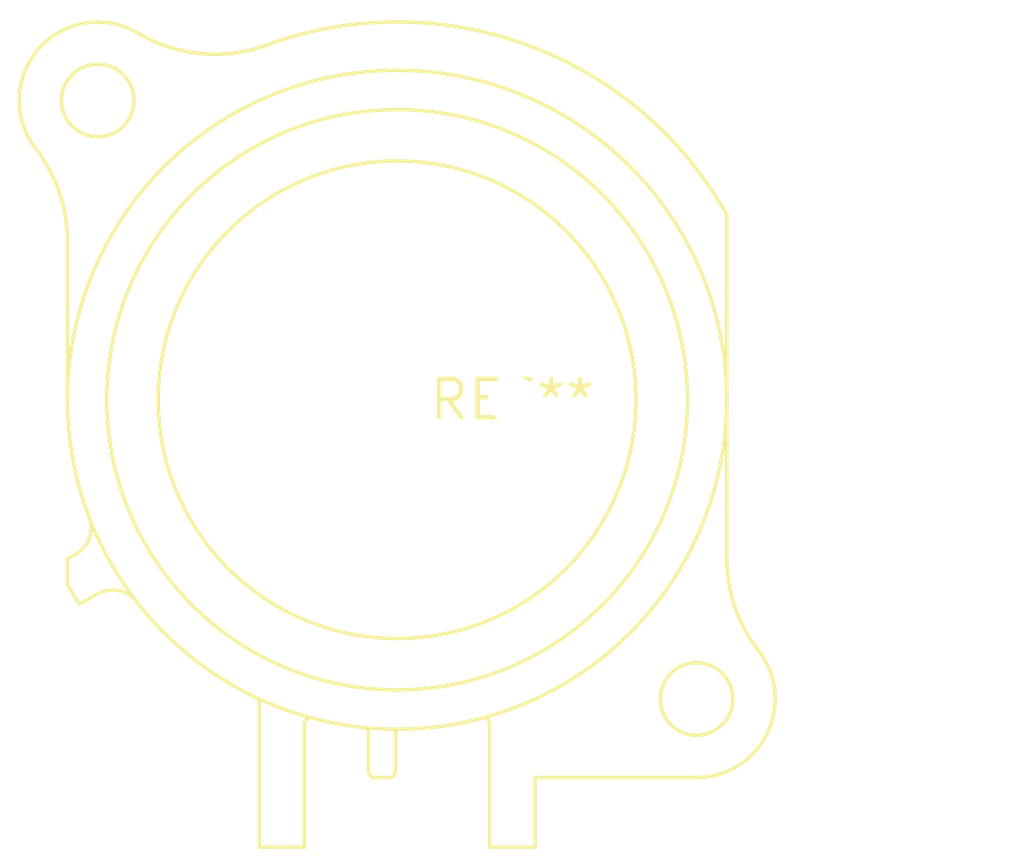
<source format=kicad_pcb>
(kicad_pcb (version 20240108) (generator pcbnew)
  (layers (0 "F.Cu" signal) (31 "B.Cu" signal) (34 "B.Paste" user) (35 "F.Paste" user) (36 "B.SilkS" user "B.Silkscreen") (37 "F.SilkS" user "F.Silkscreen") (38 "B.Mask" user) (39 "F.Mask" user) (44 "Edge.Cuts" user))
  (net 0 "")
  (footprint "Jack_XLR_Neutrik_NC3FAAV_Vertical" (layer "F.Cu") (at 0 0)
    (property "Reference" "REF**")
    (property "Value" "Jack_XLR_Neutrik_NC3FAAV_Vertical")
    (fp_line (start -14.71 0) (end -14.71 -5.24) (layer "F.SilkS") (stroke (width 0.12)))
    (fp_line (start -14.71 5.26) (end -14.44 5.11) (layer "F.SilkS") (stroke (width 0.12)))
    (fp_line (start -14.71 6.12) (end -14.71 5.26) (layer "F.SilkS") (stroke (width 0.12)))
    (fp_line (start -14.32 6.76) (end -14.71 6.12) (layer "F.SilkS") (stroke (width 0.12)))
    (fp_line (start -13.71 6.42) (end -14.32 6.76) (layer "F.SilkS") (stroke (width 0.12)))
    (fp_line (start -8.37 10.03) (end -8.37 14.8) (layer "F.SilkS") (stroke (width 0.12)))
    (fp_line (start -6.87 14.8) (end -8.37 14.8) (layer "F.SilkS") (stroke (width 0.12)))
    (fp_line (start -6.87 14.8) (end -6.87 10.73) (layer "F.SilkS") (stroke (width 0.12)))
    (fp_line (start -4.75 11.04) (end -4.75 12.3) (layer "F.SilkS") (stroke (width 0.12)))
    (fp_line (start -4.07 12.5) (end -4.55 12.5) (layer "F.SilkS") (stroke (width 0.12)))
    (fp_line (start -3.87 10.9) (end -3.87 12.3) (layer "F.SilkS") (stroke (width 0.12)))
    (fp_line (start -0.75 10.73) (end -0.75 10.73) (layer "F.SilkS") (stroke (width 0.12)))
    (fp_line (start -0.75 14.8) (end -0.75 10.73) (layer "F.SilkS") (stroke (width 0.12)))
    (fp_line (start 0.75 12.5) (end 6.09 12.5) (layer "F.SilkS") (stroke (width 0.12)))
    (fp_line (start 0.75 14.8) (end -0.75 14.8) (layer "F.SilkS") (stroke (width 0.12)))
    (fp_line (start 0.75 14.8) (end 0.75 12.5) (layer "F.SilkS") (stroke (width 0.12)))
    (fp_line (start 7.09 5.24) (end 7.09 -6.12) (layer "F.SilkS") (stroke (width 0.12)))
    (fp_arc (start -15.766689 -8.317569) (mid -14.98153 -6.866962) (end -14.71 -5.24) (layer "F.SilkS") (stroke (width 0.12)))
    (fp_arc (start -15.761979 -8.309032) (mid -15.65429 -11.620911) (end -12.38 -12.13) (layer "F.SilkS") (stroke (width 0.12)))
    (fp_arc (start -13.969214 3.951372) (mid -13.999461 4.614043) (end -14.44 5.11) (layer "F.SilkS") (stroke (width 0.12)))
    (fp_arc (start -13.71 6.42) (mid -13.01025 6.315915) (end -12.412202 6.693832) (layer "F.SilkS") (stroke (width 0.12)))
    (fp_arc (start -8.436364 9.870864) (mid -8.385177 9.942924) (end -8.37 10.03) (layer "F.SilkS") (stroke (width 0.12)))
    (fp_arc (start -8.12905 -11.730738) (mid 0.51404 -11.7289) (end 7.09 -6.12) (layer "F.SilkS") (stroke (width 0.12)))
    (fp_arc (start -8.118081 -11.733841) (mid -10.293498 -11.453642) (end -12.38 -12.13) (layer "F.SilkS") (stroke (width 0.12)))
    (fp_arc (start -6.87 10.73) (mid -6.814828 10.588126) (end -6.678303 10.520799) (layer "F.SilkS") (stroke (width 0.12)))
    (fp_arc (start -4.908418 10.84437) (mid -4.794571 10.914136) (end -4.75 11.04) (layer "F.SilkS") (stroke (width 0.12)))
    (fp_arc (start -4.55 12.5) (mid -4.691421 12.441421) (end -4.75 12.3) (layer "F.SilkS") (stroke (width 0.12)))
    (fp_arc (start -3.87 12.3) (mid -3.928579 12.441421) (end -4.07 12.5) (layer "F.SilkS") (stroke (width 0.12)))
    (fp_arc (start -0.949009 10.520288) (mid -0.807671 10.585446) (end -0.75 10.73) (layer "F.SilkS") (stroke (width 0.12)))
    (fp_arc (start 8.141619 8.302858) (mid 8.42587 11.041804) (end 6.09 12.5) (layer "F.SilkS") (stroke (width 0.12)))
    (fp_arc (start 8.14247 8.305283) (mid 7.360446 6.860467) (end 7.09 5.24) (layer "F.SilkS") (stroke (width 0.12)))
    (fp_circle (center -13.71 -9.9) (end -12.51 -9.9) (layer "F.SilkS") (stroke (width 0.12)) (fill none))
    (fp_circle (center -3.81 0) (end 4.09 0) (layer "F.SilkS") (stroke (width 0.12)) (fill none))
    (fp_circle (center -3.81 0) (end 5.79 0) (layer "F.SilkS") (stroke (width 0.12)) (fill none))
    (fp_circle (center -3.81 0) (end 7.09 0) (layer "F.SilkS") (stroke (width 0.12)) (fill none))
    (fp_circle (center 6.09 9.9) (end 7.29 9.9) (layer "F.SilkS") (stroke (width 0.12)) (fill none))
    (pad "1" thru_hole circle (at 0 0) (size 3.4 3.4) (drill 1.6) (layers *.Cu *.Mask) (remove_unused_layers))
    (pad "2" thru_hole circle (at -7.62 0) (size 3.4 3.4) (drill 1.6) (layers *.Cu *.Mask) (remove_unused_layers))
    (pad "3" thru_hole circle (at -3.81 4.45) (size 2.9 2.9) (drill 1.2) (layers *.Cu *.Mask) (remove_unused_layers))
  )
)
</source>
